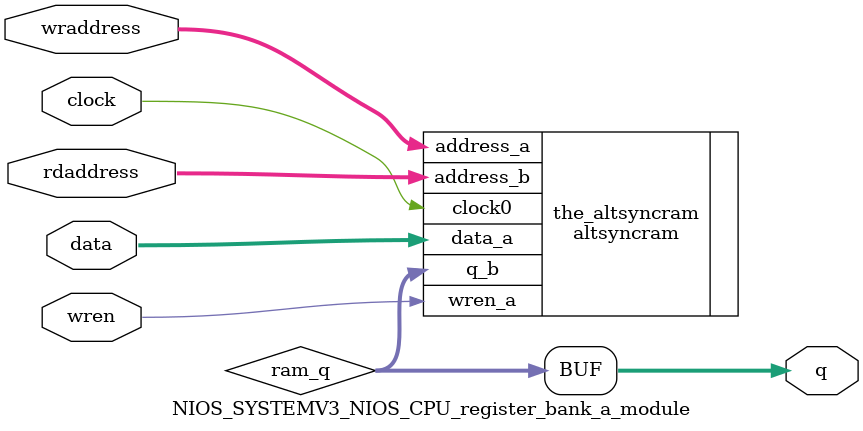
<source format=v>
module NIOS_SYSTEMV3_NIOS_CPU_register_bank_a_module (
                                                       // inputs:
                                                        clock,
                                                        data,
                                                        rdaddress,
                                                        wraddress,
                                                        wren,
                                                       // outputs:
                                                        q
                                                     )
;
  parameter lpm_file = "UNUSED";
  output  [ 31: 0] q;
  input            clock;
  input   [ 31: 0] data;
  input   [  4: 0] rdaddress;
  input   [  4: 0] wraddress;
  input            wren;
  wire    [ 31: 0] q;
  wire    [ 31: 0] ram_q;
  assign q = ram_q;
  altsyncram the_altsyncram
    (
      .address_a (wraddress),
      .address_b (rdaddress),
      .clock0 (clock),
      .data_a (data),
      .q_b (ram_q),
      .wren_a (wren)
    );
  defparam the_altsyncram.address_reg_b = "CLOCK0",
           the_altsyncram.init_file = lpm_file,
           the_altsyncram.maximum_depth = 0,
           the_altsyncram.numwords_a = 32,
           the_altsyncram.numwords_b = 32,
           the_altsyncram.operation_mode = "DUAL_PORT",
           the_altsyncram.outdata_reg_b = "UNREGISTERED",
           the_altsyncram.ram_block_type = "AUTO",
           the_altsyncram.rdcontrol_reg_b = "CLOCK0",
           the_altsyncram.read_during_write_mode_mixed_ports = "DONT_CARE",
           the_altsyncram.width_a = 32,
           the_altsyncram.width_b = 32,
           the_altsyncram.widthad_a = 5,
           the_altsyncram.widthad_b = 5;
endmodule
</source>
